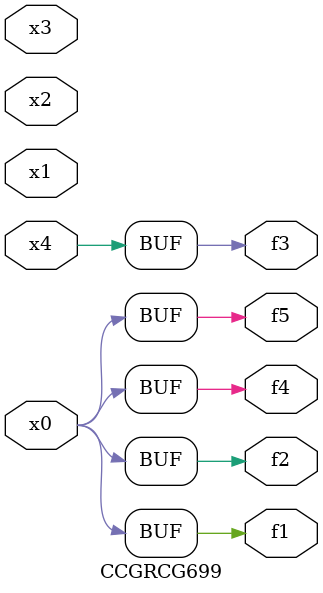
<source format=v>
module CCGRCG699(
	input x0, x1, x2, x3, x4,
	output f1, f2, f3, f4, f5
);
	assign f1 = x0;
	assign f2 = x0;
	assign f3 = x4;
	assign f4 = x0;
	assign f5 = x0;
endmodule

</source>
